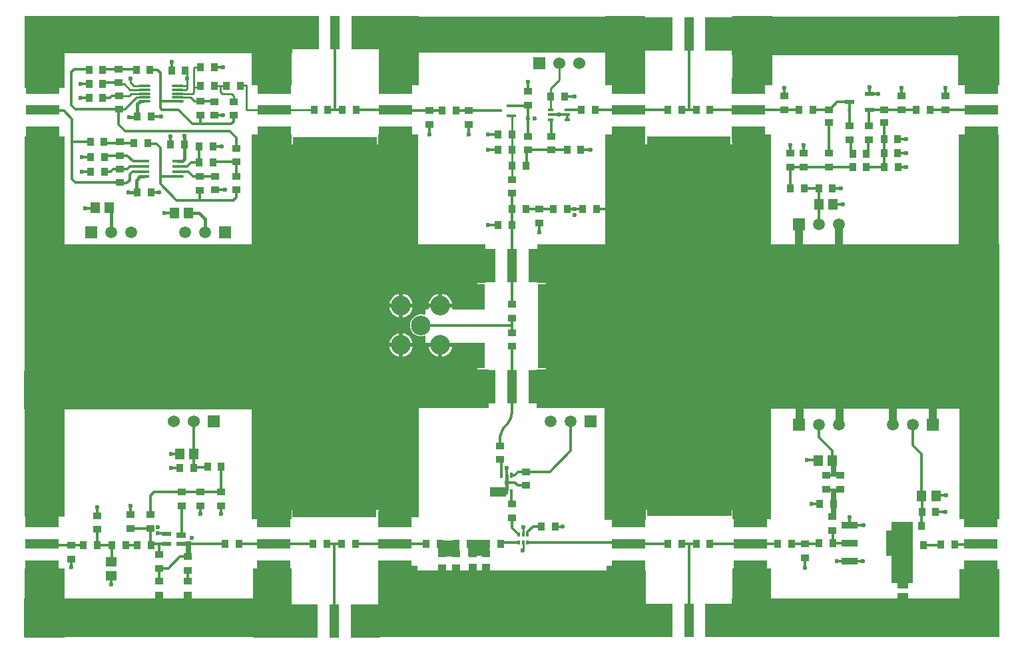
<source format=gtl>
G04*
G04 #@! TF.GenerationSoftware,Altium Limited,Altium Designer,21.4.1 (30)*
G04*
G04 Layer_Physical_Order=1*
G04 Layer_Color=255*
%FSLAX25Y25*%
%MOIN*%
G70*
G04*
G04 #@! TF.SameCoordinates,4F7A37CA-CC0D-4B0B-ADC5-D258E3024ECD*
G04*
G04*
G04 #@! TF.FilePolarity,Positive*
G04*
G01*
G75*
%ADD14C,0.01000*%
%ADD18R,0.03937X0.03543*%
%ADD19R,0.03543X0.03937*%
%ADD20R,0.16535X0.04724*%
%ADD21R,0.16535X0.07874*%
%ADD22R,0.08268X0.03543*%
%ADD23R,0.08268X0.12598*%
%ADD24R,0.05512X0.04724*%
%ADD25R,0.04724X0.05512*%
%ADD26R,0.03100X0.01400*%
%ADD27R,0.04724X0.16535*%
%ADD28R,0.07874X0.16535*%
G04:AMPARAMS|DCode=29|XSize=57.87mil|YSize=11.02mil|CornerRadius=1.38mil|HoleSize=0mil|Usage=FLASHONLY|Rotation=180.000|XOffset=0mil|YOffset=0mil|HoleType=Round|Shape=RoundedRectangle|*
%AMROUNDEDRECTD29*
21,1,0.05787,0.00827,0,0,180.0*
21,1,0.05512,0.01102,0,0,180.0*
1,1,0.00276,-0.02756,0.00413*
1,1,0.00276,0.02756,0.00413*
1,1,0.00276,0.02756,-0.00413*
1,1,0.00276,-0.02756,-0.00413*
%
%ADD29ROUNDEDRECTD29*%
%ADD30R,0.01400X0.03100*%
%ADD31R,0.01200X0.02000*%
%ADD32R,0.04500X0.01800*%
%ADD33R,0.04528X0.02362*%
%ADD34R,0.04528X0.01968*%
%ADD35R,0.04528X0.03150*%
%ADD36R,0.04016X0.03504*%
%ADD58C,0.01450*%
%ADD59R,0.05600X0.01700*%
%ADD60C,0.03937*%
%ADD61C,0.01575*%
%ADD62C,0.01500*%
%ADD63C,0.01968*%
%ADD64R,1.33858X0.33268*%
%ADD65R,0.20473X0.74606*%
%ADD66R,0.02953X0.09874*%
%ADD67R,0.02953X0.13780*%
%ADD68R,0.10630X0.30512*%
%ADD69R,0.03937X0.15354*%
%ADD70R,0.08268X0.04724*%
%ADD71R,0.03150X0.05906*%
%ADD72R,1.33858X0.19685*%
%ADD73R,0.10630X0.16535*%
%ADD74R,0.20177X0.74606*%
%ADD75R,0.54331X0.19685*%
%ADD76R,0.20472X0.34843*%
%ADD77R,0.20177X0.34843*%
%ADD78R,1.33563X0.18406*%
%ADD79R,0.53819X0.19685*%
%ADD80R,0.20177X0.74606*%
%ADD81R,0.20374X0.34843*%
%ADD82R,0.20768X0.34843*%
%ADD83R,0.19784X0.74606*%
%ADD84R,0.20329X0.74455*%
%ADD85R,1.33858X0.18852*%
%ADD86R,0.20231X0.34994*%
%ADD87R,0.20124X0.36175*%
%ADD88R,0.20124X0.73274*%
%ADD89R,0.19882X0.75000*%
%ADD90R,0.19685X0.34449*%
%ADD91R,0.19685X0.75000*%
%ADD92R,0.19882X0.34055*%
%ADD93R,0.19685X0.35433*%
%ADD94R,0.19685X0.35433*%
%ADD95R,0.55512X0.19685*%
%ADD96R,0.20768X0.75590*%
%ADD97R,0.20374X0.74016*%
%ADD98R,0.54724X0.19685*%
%ADD99R,0.11024X0.08268*%
%ADD100R,0.20276X0.73622*%
%ADD101R,0.20177X0.74803*%
%ADD102R,0.20276X0.34646*%
%ADD103R,0.19685X0.34646*%
%ADD104C,0.05906*%
%ADD105R,0.05906X0.05906*%
%ADD106R,0.06024X0.06024*%
%ADD107C,0.06024*%
%ADD108C,0.09843*%
%ADD109C,0.02362*%
%ADD110C,0.03937*%
%ADD111C,0.13780*%
G36*
X178528Y-65961D02*
X180315D01*
Y-134252D01*
X228921D01*
Y-136039D01*
X232283D01*
Y-148622D01*
X216431D01*
X216020Y-148122D01*
X216078Y-147835D01*
X210236D01*
X204395D01*
X204452Y-148122D01*
X204042Y-148622D01*
X202756D01*
Y-151266D01*
X202256Y-151579D01*
X201107Y-151272D01*
X199680D01*
X198301Y-151641D01*
X197065Y-152355D01*
X196056Y-153364D01*
X195342Y-154600D01*
X194972Y-155979D01*
Y-157407D01*
X195342Y-158785D01*
X196056Y-160022D01*
X197065Y-161031D01*
X198301Y-161745D01*
X199680Y-162114D01*
X201107D01*
X202256Y-161806D01*
X202756Y-162120D01*
Y-165354D01*
X204040D01*
X204201Y-165551D01*
X210236D01*
X216271D01*
X216433Y-165354D01*
X232283D01*
Y-178134D01*
X228921D01*
Y-179921D01*
X181102D01*
Y-249000D01*
X178134D01*
Y-252756D01*
X136039D01*
Y-249000D01*
X134646D01*
Y-180315D01*
X1969D01*
Y-133858D01*
X134646D01*
Y-65961D01*
X136433D01*
Y-62598D01*
X178528D01*
Y-65961D01*
D02*
G37*
G36*
X355299D02*
X357480D01*
Y-134449D01*
X490158D01*
Y-180905D01*
X357480D01*
Y-249000D01*
X356087D01*
Y-252165D01*
X313598D01*
Y-249000D01*
X311811D01*
Y-180512D01*
X263205D01*
Y-178134D01*
X259055D01*
Y-136039D01*
X263205D01*
Y-134843D01*
X311024D01*
Y-65961D01*
X313598D01*
Y-62008D01*
X355299D01*
Y-65961D01*
D02*
G37*
%LPC*%
G36*
X211221Y-141009D02*
Y-145866D01*
X216078D01*
X215930Y-145123D01*
X215484Y-144046D01*
X214836Y-143076D01*
X214011Y-142251D01*
X213041Y-141603D01*
X211963Y-141157D01*
X211221Y-141009D01*
D02*
G37*
G36*
X191535D02*
Y-145866D01*
X196393D01*
X196245Y-145123D01*
X195799Y-144046D01*
X195150Y-143076D01*
X194326Y-142251D01*
X193356Y-141603D01*
X192278Y-141157D01*
X191535Y-141009D01*
D02*
G37*
G36*
X209252Y-141009D02*
X208509Y-141157D01*
X207431Y-141603D01*
X206462Y-142251D01*
X205637Y-143076D01*
X204989Y-144046D01*
X204542Y-145123D01*
X204395Y-145866D01*
X209252D01*
Y-141009D01*
D02*
G37*
G36*
X189567D02*
X188824Y-141157D01*
X187746Y-141603D01*
X186777Y-142251D01*
X185952Y-143076D01*
X185304Y-144046D01*
X184857Y-145123D01*
X184710Y-145866D01*
X189567D01*
Y-141009D01*
D02*
G37*
G36*
X196393Y-147835D02*
X191535D01*
Y-152692D01*
X192278Y-152544D01*
X193356Y-152098D01*
X194326Y-151450D01*
X195150Y-150625D01*
X195799Y-149655D01*
X196245Y-148578D01*
X196393Y-147835D01*
D02*
G37*
G36*
X189567D02*
X184710D01*
X184857Y-148578D01*
X185304Y-149655D01*
X185952Y-150625D01*
X186777Y-151450D01*
X187746Y-152098D01*
X188824Y-152544D01*
X189567Y-152692D01*
Y-147835D01*
D02*
G37*
G36*
X191535Y-160694D02*
Y-165551D01*
X196393D01*
X196245Y-164808D01*
X195799Y-163731D01*
X195150Y-162761D01*
X194326Y-161936D01*
X193356Y-161288D01*
X192278Y-160842D01*
X191535Y-160694D01*
D02*
G37*
G36*
X189567Y-160694D02*
X188824Y-160842D01*
X187746Y-161288D01*
X186777Y-161936D01*
X185952Y-162761D01*
X185304Y-163731D01*
X184857Y-164808D01*
X184710Y-165551D01*
X189567D01*
Y-160694D01*
D02*
G37*
G36*
X196393Y-167520D02*
X191535D01*
Y-172377D01*
X192278Y-172229D01*
X193356Y-171783D01*
X194326Y-171135D01*
X195150Y-170310D01*
X195799Y-169340D01*
X196245Y-168263D01*
X196393Y-167520D01*
D02*
G37*
G36*
X216078D02*
X211221D01*
Y-172377D01*
X211963Y-172229D01*
X213041Y-171783D01*
X214011Y-171135D01*
X214836Y-170310D01*
X215484Y-169340D01*
X215930Y-168263D01*
X216078Y-167520D01*
D02*
G37*
G36*
X209252D02*
X204395D01*
X204542Y-168263D01*
X204989Y-169340D01*
X205637Y-170310D01*
X206462Y-171135D01*
X207431Y-171783D01*
X208509Y-172229D01*
X209252Y-172377D01*
Y-167520D01*
D02*
G37*
G36*
X189567D02*
X184710D01*
X184857Y-168263D01*
X185304Y-169340D01*
X185952Y-170310D01*
X186777Y-171135D01*
X187746Y-171783D01*
X188824Y-172229D01*
X189567Y-172377D01*
Y-167520D01*
D02*
G37*
%LPD*%
D14*
X87200Y-27461D02*
X90256D01*
X86614Y-37343D02*
Y-28046D01*
X87200Y-27461D01*
X100000Y-39764D02*
X101181Y-40945D01*
X105905D01*
X100000Y-39764D02*
Y-36614D01*
X251665Y-269201D02*
Y-266291D01*
X251575Y-269291D02*
X251665Y-269201D01*
X271484Y-257435D02*
X271530Y-257390D01*
X267882Y-257435D02*
X271484D01*
X251620Y-261522D02*
X251665Y-261567D01*
X251620Y-261522D02*
Y-257919D01*
X111213Y-36417D02*
X113189D01*
Y-48819D02*
X127165D01*
X113189D02*
Y-36417D01*
X109941Y-36614D02*
X111213Y-36417D01*
X86028Y-40638D02*
X86614Y-40052D01*
Y-37343D02*
X89429D01*
X78898Y-40638D02*
X86028D01*
X86614Y-40052D02*
Y-37343D01*
X89429D02*
X90158Y-36614D01*
X100000D02*
X103051D01*
X97047D02*
X100000D01*
X105905Y-40945D02*
X106791Y-41831D01*
Y-44685D02*
Y-41831D01*
X85126Y-42606D02*
X87008Y-44488D01*
X78898Y-42606D02*
X85126D01*
X87008Y-44488D02*
X89862D01*
X89961Y-44587D01*
X49311Y-41634D02*
X54429D01*
X55425Y-40638D02*
X61968D01*
X54429Y-41634D02*
X55425Y-40638D01*
X49426Y-48409D02*
X52194D01*
X57996Y-42606D01*
X61968D01*
X49311Y-48524D02*
X49426Y-48409D01*
X83378Y-36220D02*
Y-29835D01*
Y-38083D02*
Y-36220D01*
X78898Y-36701D02*
X82898D01*
X83378Y-36220D01*
X78898Y-38669D02*
X82792D01*
X82579Y-29035D02*
X83378Y-29835D01*
X82792Y-38669D02*
X83378Y-38083D01*
X58268Y-52362D02*
X58563Y-52067D01*
X61417Y-44575D02*
X61968D01*
X59713Y-44626D02*
X59764Y-44575D01*
X49213Y-35236D02*
X49803Y-35827D01*
X51968D01*
X54811Y-38669D01*
X61968D01*
X55216Y-35138D02*
Y-33071D01*
Y-35138D02*
X56779Y-36701D01*
X61968D01*
X269685Y-33858D02*
Y-25591D01*
X265485Y-38058D02*
X269685Y-33858D01*
X265485Y-42094D02*
Y-38058D01*
Y-48622D02*
Y-42094D01*
X245663Y-51772D02*
X246063Y-52172D01*
Y-61024D02*
Y-52172D01*
X245626Y-51772D02*
X245663D01*
X246063Y-68898D02*
Y-61024D01*
Y-76772D02*
Y-68898D01*
Y-83661D02*
Y-76772D01*
X127165Y-48819D02*
X146949D01*
D18*
X392126Y-77461D02*
D03*
Y-70571D02*
D03*
X403543Y-238681D02*
D03*
Y-231791D02*
D03*
X406496Y-259350D02*
D03*
Y-252461D02*
D03*
X38386Y-251969D02*
D03*
Y-258858D02*
D03*
X265748Y-62008D02*
D03*
Y-68898D02*
D03*
X246063Y-160335D02*
D03*
Y-167224D02*
D03*
X259842Y-98425D02*
D03*
Y-105315D02*
D03*
X100394Y-246949D02*
D03*
Y-240059D02*
D03*
X25591Y-273622D02*
D03*
Y-266732D02*
D03*
X246063Y-153051D02*
D03*
Y-146161D02*
D03*
X83858Y-284744D02*
D03*
Y-291634D02*
D03*
X80709Y-240256D02*
D03*
Y-247146D02*
D03*
X55118Y-258366D02*
D03*
Y-251476D02*
D03*
X64961D02*
D03*
Y-258366D02*
D03*
X410433Y-231791D02*
D03*
Y-238681D02*
D03*
X404724Y-77461D02*
D03*
Y-70571D02*
D03*
X97146Y-44685D02*
D03*
Y-51575D02*
D03*
X89961Y-51476D02*
D03*
Y-44587D02*
D03*
X49311Y-48524D02*
D03*
Y-41634D02*
D03*
X49902Y-71653D02*
D03*
Y-64764D02*
D03*
X108169Y-74902D02*
D03*
Y-68012D02*
D03*
X49213Y-35236D02*
D03*
Y-28346D02*
D03*
X49803Y-85236D02*
D03*
Y-78347D02*
D03*
X89764Y-88976D02*
D03*
Y-82087D02*
D03*
X97539Y-81988D02*
D03*
Y-88878D02*
D03*
X233071Y-270965D02*
D03*
Y-277854D02*
D03*
X218165Y-271122D02*
D03*
Y-278012D02*
D03*
X83858Y-272441D02*
D03*
Y-279331D02*
D03*
X253937Y-46457D02*
D03*
Y-39567D02*
D03*
Y-68898D02*
D03*
Y-62008D02*
D03*
X246063Y-83661D02*
D03*
Y-90551D02*
D03*
X108169Y-81988D02*
D03*
Y-88878D02*
D03*
X106791Y-44685D02*
D03*
Y-51575D02*
D03*
X240158Y-217028D02*
D03*
Y-223917D02*
D03*
X246063Y-246161D02*
D03*
X246063Y-253051D02*
D03*
X253150Y-230020D02*
D03*
Y-236910D02*
D03*
X226378Y-270965D02*
D03*
Y-277854D02*
D03*
X211165Y-271122D02*
D03*
Y-278012D02*
D03*
X462992Y-48819D02*
D03*
Y-41929D02*
D03*
X382283Y-48720D02*
D03*
Y-41831D02*
D03*
X440945Y-48819D02*
D03*
Y-41929D02*
D03*
X424803Y-63681D02*
D03*
Y-56791D02*
D03*
X414961Y-63681D02*
D03*
Y-56791D02*
D03*
X385433Y-70571D02*
D03*
Y-77461D02*
D03*
X392717Y-266240D02*
D03*
Y-273130D02*
D03*
X69291Y-284744D02*
D03*
Y-291634D02*
D03*
Y-271457D02*
D03*
Y-278346D02*
D03*
X90059Y-240059D02*
D03*
Y-246949D02*
D03*
X204724Y-49213D02*
D03*
Y-56102D02*
D03*
X224410Y-49213D02*
D03*
Y-56102D02*
D03*
D19*
X423524Y-77559D02*
D03*
X416634D02*
D03*
X399705Y-265748D02*
D03*
X406595D02*
D03*
X460925Y-266339D02*
D03*
X467815D02*
D03*
X452067Y-266929D02*
D03*
X445177D02*
D03*
X451083Y-257087D02*
D03*
X444193D02*
D03*
X379232Y-266142D02*
D03*
X386122D02*
D03*
X451279Y-250000D02*
D03*
X458169D02*
D03*
X266732Y-98425D02*
D03*
X273622D02*
D03*
X287795Y-48819D02*
D03*
X280906D02*
D03*
X239173Y-106299D02*
D03*
X246063D02*
D03*
X252953Y-98425D02*
D03*
X246063D02*
D03*
X338287Y-266142D02*
D03*
X345177D02*
D03*
X324114D02*
D03*
X331004D02*
D03*
X79823Y-227953D02*
D03*
X86713D02*
D03*
X38386Y-266732D02*
D03*
X31496D02*
D03*
X338287Y-48819D02*
D03*
X345177D02*
D03*
X324114D02*
D03*
X331004D02*
D03*
X160728Y-266142D02*
D03*
X167618D02*
D03*
X146555D02*
D03*
X153445D02*
D03*
X168012Y-48819D02*
D03*
X161122D02*
D03*
X153839D02*
D03*
X146949D02*
D03*
X100492Y-227559D02*
D03*
X93602D02*
D03*
X416634Y-70866D02*
D03*
X423524D02*
D03*
X439272Y-77559D02*
D03*
X432382D02*
D03*
X392421Y-88189D02*
D03*
X385531D02*
D03*
X260728Y-257480D02*
D03*
X267618D02*
D03*
X41236Y-42638D02*
D03*
X34347D02*
D03*
X56890Y-65354D02*
D03*
X63779D02*
D03*
X89468Y-75098D02*
D03*
X96358D02*
D03*
X57973Y-28642D02*
D03*
X64862D02*
D03*
X90158Y-36614D02*
D03*
X97047D02*
D03*
X103051D02*
D03*
X109941D02*
D03*
X41929Y-79626D02*
D03*
X35039D02*
D03*
X52658Y-266732D02*
D03*
X45768D02*
D03*
X211122Y-49213D02*
D03*
X218012D02*
D03*
X239173Y-61024D02*
D03*
X246063D02*
D03*
X252953Y-76772D02*
D03*
X246063D02*
D03*
X82579Y-29035D02*
D03*
X75689D02*
D03*
X58465Y-90256D02*
D03*
X65354D02*
D03*
X58563Y-52067D02*
D03*
X65453D02*
D03*
X81988Y-66240D02*
D03*
X75098D02*
D03*
X41831Y-64665D02*
D03*
X34941D02*
D03*
X41236Y-28638D02*
D03*
X34347D02*
D03*
X41929Y-72342D02*
D03*
X35039D02*
D03*
X89567Y-67224D02*
D03*
X96457D02*
D03*
X41236Y-35638D02*
D03*
X34347D02*
D03*
X90256Y-27461D02*
D03*
X97146D02*
D03*
X240453Y-266142D02*
D03*
X233563D02*
D03*
X225098D02*
D03*
X218209D02*
D03*
X210138D02*
D03*
X203248D02*
D03*
X448524Y-48819D02*
D03*
X455413D02*
D03*
X389862D02*
D03*
X396752D02*
D03*
X432283Y-70472D02*
D03*
X439173D02*
D03*
X432283Y-63386D02*
D03*
X439173D02*
D03*
X406496Y-88189D02*
D03*
X399606D02*
D03*
X407087Y-246063D02*
D03*
X400197D02*
D03*
X102461Y-266142D02*
D03*
X109350D02*
D03*
X58563Y-266732D02*
D03*
X65453D02*
D03*
X281496Y-98425D02*
D03*
X288386D02*
D03*
X280512Y-68898D02*
D03*
X273622D02*
D03*
X239173D02*
D03*
X246063D02*
D03*
X265485Y-42094D02*
D03*
X272375D02*
D03*
D20*
X126772Y-266142D02*
D03*
X11024Y-48819D02*
D03*
X127165D02*
D03*
X10630Y-266142D02*
D03*
X304331Y-48819D02*
D03*
X480709Y-266142D02*
D03*
X364567Y-48819D02*
D03*
X304331Y-266142D02*
D03*
X365354D02*
D03*
X481102Y-48819D02*
D03*
X187402Y-266142D02*
D03*
X187795Y-48819D02*
D03*
D21*
X126772Y-278346D02*
D03*
Y-253937D02*
D03*
X11024Y-36614D02*
D03*
Y-61024D02*
D03*
X127165D02*
D03*
Y-36614D02*
D03*
X10630Y-278346D02*
D03*
Y-253937D02*
D03*
X304331Y-36614D02*
D03*
Y-61024D02*
D03*
X480709Y-253937D02*
D03*
Y-278346D02*
D03*
X364567Y-61024D02*
D03*
Y-36614D02*
D03*
X304331Y-253937D02*
D03*
Y-278346D02*
D03*
X365354D02*
D03*
Y-253937D02*
D03*
X481102Y-36614D02*
D03*
Y-61024D02*
D03*
X187402Y-278346D02*
D03*
Y-253937D02*
D03*
X187795Y-61024D02*
D03*
Y-36614D02*
D03*
D22*
X414961Y-256693D02*
D03*
Y-265748D02*
D03*
Y-274803D02*
D03*
D23*
X437402Y-265748D02*
D03*
D24*
X441732Y-286024D02*
D03*
Y-293110D02*
D03*
X45276Y-282087D02*
D03*
Y-275000D02*
D03*
D25*
X458268Y-242126D02*
D03*
X451181D02*
D03*
X77165Y-100394D02*
D03*
X84252D02*
D03*
X79626Y-221161D02*
D03*
X86713D02*
D03*
X44587Y-97835D02*
D03*
X37500D02*
D03*
X399606Y-96063D02*
D03*
X406693D02*
D03*
X399410Y-224410D02*
D03*
X406496D02*
D03*
D26*
X265485Y-48622D02*
D03*
Y-51181D02*
D03*
Y-53740D02*
D03*
X273885D02*
D03*
Y-51181D02*
D03*
Y-48622D02*
D03*
D27*
X246063Y-187402D02*
D03*
X334646Y-304331D02*
D03*
X157087Y-304724D02*
D03*
X334646Y-10630D02*
D03*
X157480Y-10236D02*
D03*
X246063Y-126772D02*
D03*
D28*
X258268Y-187402D02*
D03*
X233858D02*
D03*
X322441Y-304331D02*
D03*
X346850D02*
D03*
X144882Y-304724D02*
D03*
X169291D02*
D03*
X322441Y-10630D02*
D03*
X346850D02*
D03*
X145276Y-10236D02*
D03*
X169685D02*
D03*
X258268Y-126772D02*
D03*
X233858D02*
D03*
D29*
X78898Y-44575D02*
D03*
Y-42606D02*
D03*
Y-40638D02*
D03*
Y-38669D02*
D03*
Y-36701D02*
D03*
X61968D02*
D03*
Y-38669D02*
D03*
Y-40638D02*
D03*
Y-42606D02*
D03*
Y-44575D02*
D03*
D30*
X245866Y-240027D02*
D03*
X243307D02*
D03*
X240748D02*
D03*
Y-231627D02*
D03*
X243307D02*
D03*
X245866D02*
D03*
D31*
X249500Y-261567D02*
D03*
X251665D02*
D03*
X253831D02*
D03*
Y-265504D02*
D03*
X251665D02*
D03*
X249500D02*
D03*
D32*
X238626Y-49213D02*
D03*
X245626Y-46654D02*
D03*
Y-51772D02*
D03*
D33*
X415079Y-44882D02*
D03*
X425079Y-40882D02*
D03*
Y-48882D02*
D03*
D34*
X80315Y-266142D02*
D03*
X73032Y-261024D02*
D03*
Y-266142D02*
D03*
D35*
X80315Y-261614D02*
D03*
D36*
X404724Y-48764D02*
D03*
Y-55173D02*
D03*
X432283Y-55228D02*
D03*
Y-48819D02*
D03*
D58*
X242845Y-207155D02*
X242160Y-207922D01*
X241565Y-208760D01*
X241068Y-209659D01*
X240674Y-210609D01*
X240389Y-211596D01*
X240216Y-212609D01*
X240158Y-213635D01*
X242845Y-207155D02*
X243492Y-206449D01*
X244076Y-205690D01*
X244591Y-204882D01*
X245034Y-204032D01*
X245400Y-203148D01*
X245689Y-202234D01*
X245896Y-201299D01*
X246021Y-200349D01*
X246063Y-199392D01*
X26964Y-28346D02*
X34252D01*
X25591Y-29720D02*
X26964Y-28346D01*
X425197Y-40764D02*
Y-37402D01*
X425110Y-40913D02*
X429496D01*
X429528Y-40945D01*
X425079Y-40882D02*
X425110Y-40913D01*
X425079Y-40882D02*
X425197Y-40764D01*
X409606Y-117677D02*
X409842Y-117913D01*
X389370Y-120079D02*
X389606Y-119843D01*
X389370Y-121260D02*
X389606Y-121024D01*
X406693Y-96063D02*
X411811D01*
X406496Y-88189D02*
X410630D01*
X392126Y-70571D02*
Y-66535D01*
X385433Y-70571D02*
Y-66535D01*
X382283Y-41831D02*
Y-37795D01*
X462992Y-41929D02*
Y-37795D01*
X440945Y-41929D02*
Y-37795D01*
X439173Y-63386D02*
X443307D01*
X439173Y-70472D02*
X443307D01*
X439272Y-77559D02*
X443307D01*
X415748Y-69980D02*
Y-63681D01*
X414961Y-62894D02*
X415748Y-63681D01*
Y-69980D02*
X416634Y-70866D01*
X424570Y-63914D02*
X424803Y-63681D01*
X424570Y-69819D02*
Y-63914D01*
X423524Y-70866D02*
X424570Y-69819D01*
X432382Y-77559D02*
X432382Y-77559D01*
X423524Y-77559D02*
X432382D01*
X432283Y-77461D02*
X432382Y-77559D01*
X432283Y-77461D02*
Y-70472D01*
Y-63386D01*
X424803Y-49158D02*
X425079Y-48882D01*
X424803Y-56791D02*
Y-49158D01*
X432283Y-63386D02*
Y-55228D01*
X406007Y-47688D02*
X408813Y-44882D01*
X415079D01*
X425110Y-48850D02*
X432252D01*
X432283Y-48819D01*
X425079Y-48882D02*
X425110Y-48850D01*
X432283Y-48819D02*
X440945D01*
X448524D01*
X448492Y-48850D02*
X448524Y-48819D01*
X455413D02*
X462992D01*
X481102D01*
X404980Y-48764D02*
X406007Y-47737D01*
Y-47688D01*
X404724Y-48764D02*
X404980D01*
X414961Y-48819D02*
Y-45370D01*
Y-56004D02*
Y-48819D01*
X414906Y-48764D02*
X414961Y-48819D01*
X414803Y-45213D02*
X414961Y-45370D01*
X404724Y-70571D02*
Y-55173D01*
X404697Y-48791D02*
X404724Y-48764D01*
X396752Y-48819D02*
X396779Y-48791D01*
X404697D01*
X364567Y-48819D02*
X389862D01*
X416585Y-77510D02*
X416634Y-77559D01*
X404724Y-77461D02*
X404774Y-77510D01*
X416585D01*
X392126Y-77461D02*
X404724D01*
X385433D02*
X392126D01*
X392421Y-88189D02*
X399606D01*
X385482Y-88140D02*
Y-77510D01*
Y-88140D02*
X385531Y-88189D01*
X385433Y-77461D02*
X385482Y-77510D01*
X399606Y-96063D02*
Y-88189D01*
Y-106102D02*
Y-96063D01*
X126772Y-266142D02*
X146555D01*
X109350D02*
X126772D01*
X480512Y-266339D02*
X480709Y-266142D01*
X467815Y-266339D02*
X480512D01*
X452362Y-266634D02*
X460630D01*
X460925Y-266339D01*
X452067Y-266929D02*
X452362Y-266634D01*
X406595Y-265748D02*
Y-259449D01*
Y-265748D02*
X414961D01*
X399459Y-265994D02*
X399705Y-265748D01*
X392963Y-265994D02*
X399459D01*
X392717Y-266240D02*
X392963Y-265994D01*
X446693Y-216772D02*
X451181Y-221260D01*
X446693Y-216772D02*
Y-206496D01*
X451181Y-242126D02*
Y-221260D01*
X451279Y-250000D02*
Y-242224D01*
X451181Y-242126D02*
X451279Y-242224D01*
X451181Y-256988D02*
Y-250098D01*
X451083Y-257087D02*
X451181Y-256988D01*
Y-250098D02*
X451279Y-250000D01*
X414961Y-256693D02*
Y-252756D01*
X408661Y-274803D02*
X421654D01*
X414961Y-256693D02*
X422047D01*
X396063Y-246063D02*
X400197D01*
X75640Y-28986D02*
X75664Y-28962D01*
X399764Y-212756D02*
X406496Y-219488D01*
Y-224410D02*
Y-219488D01*
X399764Y-212756D02*
Y-206496D01*
X403543Y-231791D02*
X410433D01*
X404035Y-239173D02*
X408465D01*
X403543Y-238681D02*
X404035Y-239173D01*
X392667Y-266191D02*
X392717Y-266240D01*
X409449Y-230807D02*
X410433Y-231791D01*
X393701Y-224213D02*
X399213D01*
X399410Y-224410D01*
X386171Y-266191D02*
X392667D01*
X386122Y-266142D02*
X386171Y-266191D01*
X365354Y-266142D02*
X379232D01*
X458169Y-250000D02*
X462992D01*
X458661Y-241732D02*
X463287D01*
X458268Y-242126D02*
X458661Y-241732D01*
X458169Y-242224D02*
X458268Y-242126D01*
X392717Y-277953D02*
Y-273130D01*
X253831Y-265504D02*
X303693D01*
X304331Y-266142D01*
X265059Y-230020D02*
X275590Y-219488D01*
Y-204724D01*
X253150Y-230020D02*
X265059D01*
X12795Y-49213D02*
X21654D01*
X25787Y-63976D02*
Y-53347D01*
X21654Y-49213D02*
X25787Y-53347D01*
X70079Y-85827D02*
Y-81890D01*
Y-85827D02*
X78248Y-93996D01*
X89764D01*
X68898Y-260827D02*
X68996Y-260925D01*
X72933D02*
X73032Y-261024D01*
X68996Y-260925D02*
X72933D01*
X64961Y-242126D02*
X66831Y-240256D01*
X64961Y-251476D02*
Y-242126D01*
X65138Y-265436D02*
Y-258366D01*
X66310Y-265953D02*
X66499Y-266142D01*
X66310Y-265953D02*
Y-265751D01*
X66831Y-240256D02*
X80709D01*
X55118Y-258366D02*
X64961D01*
X45768Y-274508D02*
Y-266732D01*
X45276Y-275000D02*
X45768Y-274508D01*
X38386Y-266732D02*
X38386Y-266732D01*
Y-258858D01*
X38386Y-266732D02*
X45768D01*
X38386Y-251969D02*
Y-247736D01*
X45276Y-286319D02*
Y-282087D01*
X246063Y-199392D02*
X246063Y-199385D01*
Y-187402D01*
X240158Y-213635D02*
X240158Y-215981D01*
Y-217028D02*
Y-215981D01*
X41528Y-28346D02*
X57677D01*
X41236Y-28638D02*
X41528Y-28346D01*
X57677D02*
X57973Y-28642D01*
X70866Y-48819D02*
X79134D01*
X69968Y-47921D02*
X70866Y-48819D01*
X69968Y-47921D02*
Y-44488D01*
X75664Y-28962D02*
Y-24779D01*
X75640Y-24754D02*
X75664Y-24779D01*
X45177Y-79626D02*
X46457Y-78347D01*
X41929Y-79626D02*
X45177D01*
X46457Y-78347D02*
X49803D01*
X53543D02*
X54823Y-77067D01*
X49803Y-78347D02*
X53543D01*
X54823Y-77067D02*
X61824D01*
X41929Y-72342D02*
X42618Y-71653D01*
X49902D01*
X53543D01*
X56398Y-74508D01*
X61824D01*
X75148Y-62254D02*
X75197Y-62205D01*
X75098Y-66240D02*
X75148Y-66191D01*
Y-62254D01*
X70079Y-81890D02*
Y-67716D01*
Y-81890D02*
X70374Y-82185D01*
X78924D01*
X89764Y-93996D02*
X106693D01*
X89764D02*
X89764Y-93996D01*
X69968Y-44488D02*
Y-30138D01*
Y-44488D02*
X70055Y-44575D01*
X78898D01*
X90158Y-55905D02*
X105512D01*
X86221D02*
X90158D01*
X89961Y-55709D02*
Y-51476D01*
Y-55709D02*
X90158Y-55905D01*
X79134Y-48819D02*
X86221Y-55905D01*
X105512D02*
X106693Y-54724D01*
Y-51673D01*
X106791Y-51575D01*
X49163Y-56053D02*
X52559Y-59449D01*
X104626D01*
X108071Y-62894D01*
X12205Y-48622D02*
X12795Y-49213D01*
X78924Y-82185D02*
X78987Y-82248D01*
X80967D01*
X41236Y-42638D02*
X44764D01*
X45768Y-41634D01*
X49311D01*
X27510Y-48376D02*
X49163D01*
X25591Y-46457D02*
X27510Y-48376D01*
X49163Y-56053D02*
Y-48376D01*
X72146Y-100492D02*
X72195Y-100443D01*
X77116D01*
X77165Y-100394D01*
X37303Y-98032D02*
X37500Y-97835D01*
X32283Y-98032D02*
X37303D01*
X69242Y-90207D02*
X69291Y-90158D01*
X65354Y-90256D02*
X65403Y-90207D01*
X69242D01*
X64173Y-65626D02*
X67988D01*
X70079Y-67716D01*
X65453Y-52067D02*
X65600Y-52215D01*
X70325D01*
X25787Y-64665D02*
Y-63976D01*
X26476Y-64665D01*
X34941D01*
X30114Y-42638D02*
X34347D01*
X40945Y-65354D02*
X56890D01*
X25591Y-46457D02*
Y-29720D01*
X30114Y-35638D02*
X34347D01*
X41236D02*
X41638Y-35236D01*
X49213D01*
X64862Y-28638D02*
X68468D01*
X78924Y-77067D02*
X83563D01*
X78924Y-79626D02*
X83957D01*
X83563Y-77067D02*
X85532Y-75098D01*
X83957Y-79626D02*
X86356Y-82025D01*
X85532Y-75098D02*
X89468D01*
X86356Y-82025D02*
X89702D01*
X89468Y-75098D02*
Y-67323D01*
X89702Y-82025D02*
X89764Y-82087D01*
Y-93996D02*
Y-88976D01*
Y-82087D02*
X89862Y-81988D01*
X97539D01*
X96358Y-75098D02*
X96555Y-74902D01*
X97539Y-88878D02*
X102264D01*
X89468Y-67323D02*
X89567Y-67224D01*
X89961Y-44587D02*
X97047D01*
X97146Y-44685D01*
X96457Y-67224D02*
X100689D01*
X97146Y-51575D02*
X101378D01*
X96555Y-74902D02*
X108169D01*
X106693Y-93996D02*
X108169Y-92520D01*
X108071Y-67913D02*
X108169Y-68012D01*
Y-92520D02*
Y-88878D01*
Y-81988D02*
Y-74902D01*
X97146Y-27461D02*
X101378D01*
X108071Y-67913D02*
Y-62894D01*
X25787Y-83563D02*
Y-64665D01*
Y-83563D02*
X27461Y-85236D01*
X30807Y-79626D02*
X35039D01*
X30807Y-72342D02*
X35039D01*
X27461Y-85236D02*
X48228D01*
X48228Y-85532D02*
X53150D01*
X54724Y-83957D01*
Y-81102D01*
X56201Y-79626D01*
X61824D01*
X75098Y-66240D02*
Y-66043D01*
X78898Y-44575D02*
X80472D01*
X80524Y-44626D01*
X68468Y-28638D02*
X69968Y-30138D01*
X75640Y-28986D02*
X75689Y-29035D01*
X246063Y-257980D02*
Y-253051D01*
Y-257980D02*
X249500Y-261417D01*
Y-261567D02*
Y-261417D01*
X246063Y-187402D02*
Y-167224D01*
X245866Y-231627D02*
X247566D01*
X249173Y-230020D01*
X253150D01*
X247521Y-235445D02*
X248985Y-236910D01*
X253150D01*
X243307Y-235445D02*
X247521D01*
X245891Y-245989D02*
Y-240052D01*
X245866Y-240027D02*
X245891Y-240052D01*
Y-245989D02*
X246063Y-246161D01*
X243307Y-231627D02*
Y-227953D01*
X240158Y-223917D02*
X240748Y-224964D01*
Y-231627D02*
Y-224964D01*
X256628Y-257480D02*
X260728D01*
X253831Y-261567D02*
Y-260277D01*
X256628Y-257480D01*
X187402Y-266142D02*
X203248D01*
X240453D02*
X241090Y-265504D01*
X249500D01*
X86614Y-221063D02*
Y-204724D01*
Y-221063D02*
X86713Y-221161D01*
X253937Y-39567D02*
Y-34646D01*
X272375Y-42094D02*
X277296D01*
X253937Y-62008D02*
Y-53150D01*
Y-68898D02*
X265748D01*
X245626Y-46654D02*
X253740D01*
X253937Y-46457D01*
X277559Y-98425D02*
X281496D01*
X273622D02*
X277559D01*
X253937Y-53150D02*
Y-46457D01*
X259842Y-98425D02*
X266732D01*
X280512Y-68898D02*
X285433D01*
X265748D02*
X273622D01*
X252953Y-76772D02*
X253445Y-76279D01*
Y-69390D01*
X253937Y-68898D01*
X259842Y-110236D02*
Y-105315D01*
X265592Y-53740D02*
X265616Y-53765D01*
Y-61876D02*
X265748Y-62008D01*
X265485Y-53740D02*
X265592D01*
X265616Y-61876D02*
Y-53765D01*
X273885Y-53740D02*
Y-51181D01*
X269685D02*
X273885D01*
X265485D02*
X269685D01*
X274685Y-48622D02*
X274882Y-48819D01*
X280906D01*
X273885Y-48622D02*
X274685D01*
X287795Y-48819D02*
X304331D01*
X224410Y-61024D02*
Y-56102D01*
X204724Y-61024D02*
Y-56102D01*
X234252Y-61024D02*
X239173D01*
X234252Y-68898D02*
X239173D01*
X246063Y-98425D02*
Y-90551D01*
X224410Y-49213D02*
X238626D01*
X218012D02*
X224410D01*
X204724D02*
X211122D01*
X188189D02*
X204724D01*
X187795Y-48819D02*
X188189Y-49213D01*
X234252Y-106299D02*
X239173D01*
X288386Y-98425D02*
X299016D01*
X299213Y-98228D01*
X252953Y-98425D02*
X259842D01*
X246063Y-106299D02*
Y-98425D01*
Y-126772D02*
Y-106299D01*
Y-126772D02*
X246063Y-126772D01*
X246063Y-146161D02*
Y-126772D01*
X246063Y-126772D01*
X246063Y-156693D02*
Y-153051D01*
Y-160335D02*
Y-156693D01*
X200394D02*
X246063D01*
X334646Y-48819D02*
X338287D01*
X331004D02*
X334646D01*
Y-10630D01*
Y-266142D02*
X338287D01*
X331004D02*
X334646D01*
Y-304331D02*
Y-266142D01*
X157087D02*
X160728D01*
X153445D02*
X157087D01*
X157087Y-304724D02*
X157087Y-304724D01*
Y-266142D01*
X157480Y-48819D02*
X161122D01*
X153839D02*
X157480D01*
Y-10236D01*
X157480Y-10236D02*
X157480Y-10236D01*
X345177Y-266142D02*
X365354D01*
X304331D02*
X324114D01*
X345177Y-48819D02*
X364567D01*
X304331D02*
X324114D01*
X168012D02*
X187795D01*
X167618Y-266142D02*
X187402D01*
X100394Y-240059D02*
X100443Y-240010D01*
Y-227608D02*
X100492Y-227559D01*
X100443Y-240010D02*
Y-227608D01*
X93405Y-227756D02*
X93602Y-227559D01*
X86713Y-227953D02*
X86910Y-227756D01*
X93405D01*
X86713Y-227953D02*
Y-221161D01*
X75590Y-227953D02*
X79823D01*
X75394Y-221161D02*
X79626D01*
X68898Y-266142D02*
X73032D01*
X66499D02*
X68898D01*
X69291Y-266535D01*
Y-271457D02*
Y-266535D01*
X80315Y-266142D02*
X84252D01*
X102461D01*
X84252Y-267520D02*
Y-266142D01*
X80709Y-261221D02*
Y-247146D01*
X80315Y-261614D02*
X80709Y-261221D01*
X80709Y-247146D02*
X80709Y-247146D01*
X80807Y-240158D02*
X89961D01*
X90059Y-240059D01*
X80709Y-240256D02*
X80807Y-240158D01*
X90059Y-240059D02*
X100394D01*
Y-251181D02*
Y-246949D01*
X101673Y-265354D02*
X102461Y-266142D01*
X74016Y-278346D02*
X79921Y-272441D01*
X83858D01*
X69291Y-278346D02*
X74016D01*
X69291Y-284744D02*
Y-278346D01*
X83858Y-284744D02*
Y-279331D01*
X25591Y-277854D02*
Y-273622D01*
X90059Y-251181D02*
Y-246949D01*
X55118Y-251476D02*
Y-247244D01*
X52658Y-266732D02*
X58563D01*
X25591D02*
X31496D01*
X10630Y-266142D02*
X11220Y-266732D01*
X25591D01*
D59*
X78924Y-82185D02*
D03*
Y-79626D02*
D03*
Y-77067D02*
D03*
Y-74508D02*
D03*
X61824D02*
D03*
Y-77067D02*
D03*
Y-79626D02*
D03*
Y-82185D02*
D03*
D60*
X409606Y-117677D02*
Y-106102D01*
X389606Y-119843D02*
Y-106102D01*
D61*
X239173Y-240158D02*
X240748D01*
X240879Y-240027D01*
X243307Y-235445D02*
Y-231627D01*
Y-239264D02*
Y-235445D01*
X240879Y-240027D02*
X243220D01*
D62*
X58563Y-52067D02*
Y-45776D01*
X59713Y-44626D01*
X82114Y-61981D02*
X82240Y-61855D01*
X82114Y-66114D02*
Y-61981D01*
X81988Y-66240D02*
X82114Y-66114D01*
X89567Y-100394D02*
X92520Y-103347D01*
Y-110236D02*
Y-103347D01*
X84252Y-100394D02*
X89567D01*
X45374Y-110138D02*
Y-98622D01*
X45276Y-110236D02*
X45374Y-110138D01*
X44587Y-97835D02*
X45374Y-98622D01*
X57633Y-90207D02*
X58024Y-89815D01*
X53937Y-90158D02*
X53986Y-90207D01*
X57633D01*
X58024Y-89815D02*
Y-84035D01*
X59874Y-82185D02*
X61824D01*
X58024Y-84035D02*
X59874Y-82185D01*
X81087Y-74408D02*
X81966Y-73529D01*
Y-66262D01*
X79024Y-74408D02*
X81087D01*
X78924Y-74508D02*
X79024Y-74408D01*
X54331Y-52362D02*
X58268D01*
X59764Y-44575D02*
X61417D01*
D63*
X211165Y-282244D02*
Y-278012D01*
X218165Y-282244D02*
Y-278012D01*
X226378Y-282087D02*
Y-277854D01*
X233071Y-282087D02*
Y-277854D01*
D64*
X246063Y-295965D02*
D03*
D65*
X479921Y-98327D02*
D03*
D66*
X406957Y-227346D02*
D03*
D67*
X406988Y-246063D02*
D03*
D68*
X441339Y-270374D02*
D03*
D69*
X409961Y-199114D02*
D03*
X456890Y-200295D02*
D03*
X436811Y-199114D02*
D03*
X389961D02*
D03*
D70*
X239173Y-240158D02*
D03*
D71*
X84252Y-267913D02*
D03*
D72*
X423228Y-11614D02*
D03*
X423228Y-125787D02*
D03*
X69049Y-125636D02*
D03*
X423228Y-188779D02*
D03*
X423228Y-302953D02*
D03*
X68898Y-188976D02*
D03*
X68898Y-303150D02*
D03*
D73*
X352165Y-304331D02*
D03*
X317126Y-304331D02*
D03*
X351378Y-10630D02*
D03*
X317126D02*
D03*
X175000Y-10236D02*
D03*
X139961D02*
D03*
X174606Y-304724D02*
D03*
X139567Y-304724D02*
D03*
D74*
X302904Y-98327D02*
D03*
D75*
X285827Y-125787D02*
D03*
D76*
X189370Y-19193D02*
D03*
D77*
X302904Y-19193D02*
D03*
D78*
X246211Y-10974D02*
D03*
D79*
X206043Y-125787D02*
D03*
D80*
X189223Y-98327D02*
D03*
D81*
X366486Y-19193D02*
D03*
D82*
X479774Y-19193D02*
D03*
D83*
X366191Y-98327D02*
D03*
D84*
X125814Y-98251D02*
D03*
D85*
X69049Y-11046D02*
D03*
D86*
X125863Y-19117D02*
D03*
D87*
X12182Y-19708D02*
D03*
D88*
X12182Y-98842D02*
D03*
D89*
X480217Y-216437D02*
D03*
D90*
X366142Y-295571D02*
D03*
D91*
X366142Y-216437D02*
D03*
D92*
X480217Y-295768D02*
D03*
D93*
X303150Y-294882D02*
D03*
D94*
X188976Y-294882D02*
D03*
D95*
X206890Y-188583D02*
D03*
D96*
X302608Y-216535D02*
D03*
D97*
X189321Y-215748D02*
D03*
D98*
X285630Y-188583D02*
D03*
D99*
X214567Y-268307D02*
D03*
X229539Y-268020D02*
D03*
D100*
X12106Y-215945D02*
D03*
D101*
X125738Y-216535D02*
D03*
D102*
X12106Y-295669D02*
D03*
D103*
X125984Y-295669D02*
D03*
D104*
X409606Y-106102D02*
D03*
X399606D02*
D03*
X265591Y-204724D02*
D03*
X275590D02*
D03*
X446693Y-206496D02*
D03*
X436693D02*
D03*
X399764D02*
D03*
X409764D02*
D03*
X92520Y-110236D02*
D03*
X82520D02*
D03*
X45276D02*
D03*
X55276D02*
D03*
D105*
X389606Y-106102D02*
D03*
X285591Y-204724D02*
D03*
X456693Y-206496D02*
D03*
X389764D02*
D03*
X102520Y-110236D02*
D03*
X35276D02*
D03*
D106*
X259685Y-25591D02*
D03*
X96614Y-204724D02*
D03*
D107*
X269685Y-25591D02*
D03*
X279685D02*
D03*
X76614Y-204724D02*
D03*
X86614D02*
D03*
D108*
X200394Y-156693D02*
D03*
X190551Y-146850D02*
D03*
Y-166535D02*
D03*
X210236D02*
D03*
Y-146850D02*
D03*
D109*
X251620Y-257919D02*
D03*
X251575Y-269291D02*
D03*
X271530Y-257390D02*
D03*
X425197Y-37402D02*
D03*
X429528Y-40945D02*
D03*
X411811Y-96063D02*
D03*
X385433Y-66535D02*
D03*
X392126D02*
D03*
X414961Y-252756D02*
D03*
X421654Y-274803D02*
D03*
X408661D02*
D03*
X422047Y-256693D02*
D03*
X396063Y-246063D02*
D03*
X393701Y-224213D02*
D03*
X463287Y-241732D02*
D03*
X462992Y-250000D02*
D03*
X68898Y-260827D02*
D03*
X38386Y-247736D02*
D03*
X82240Y-61855D02*
D03*
X75640Y-24754D02*
D03*
X32283Y-98032D02*
D03*
X83378Y-33028D02*
D03*
X70325Y-52215D02*
D03*
X237402Y-240551D02*
D03*
X243307Y-235445D02*
D03*
X243307Y-227953D02*
D03*
X253937Y-34646D02*
D03*
X277296Y-42094D02*
D03*
X257480Y-53150D02*
D03*
X277559Y-101575D02*
D03*
X253937Y-53150D02*
D03*
X277559Y-98425D02*
D03*
X285433Y-68898D02*
D03*
X259842Y-110236D02*
D03*
X269685Y-51181D02*
D03*
X224410Y-61024D02*
D03*
X204724D02*
D03*
X234252D02*
D03*
Y-68898D02*
D03*
Y-106299D02*
D03*
X75590Y-227953D02*
D03*
X75394Y-221161D02*
D03*
X84252Y-266142D02*
D03*
X45276Y-286319D02*
D03*
X25591Y-277854D02*
D03*
X68898Y-257874D02*
D03*
X85827Y-262992D02*
D03*
X75197Y-62205D02*
D03*
X54331Y-52362D02*
D03*
X72146Y-100492D02*
D03*
X69291Y-90158D02*
D03*
X53937D02*
D03*
X30114Y-42638D02*
D03*
X55216Y-33071D02*
D03*
X30114Y-35638D02*
D03*
X101378Y-27461D02*
D03*
Y-51575D02*
D03*
X100689Y-67224D02*
D03*
X102264Y-88878D02*
D03*
X30807Y-72342D02*
D03*
Y-79626D02*
D03*
X410630Y-88189D02*
D03*
X443307Y-63386D02*
D03*
Y-77559D02*
D03*
Y-70472D02*
D03*
X462992Y-37795D02*
D03*
X440945D02*
D03*
X382283D02*
D03*
X392717Y-277953D02*
D03*
X55118Y-247244D02*
D03*
X90059Y-251181D02*
D03*
X100394D02*
D03*
D110*
X98425Y-299213D02*
D03*
X88583D02*
D03*
X39370D02*
D03*
X49213D02*
D03*
X29528D02*
D03*
X108268D02*
D03*
X68898D02*
D03*
X59055D02*
D03*
X78740D02*
D03*
X275591Y-15551D02*
D03*
X216535D02*
D03*
X236221D02*
D03*
X226378D02*
D03*
X206693D02*
D03*
X265748D02*
D03*
X246063D02*
D03*
X255906D02*
D03*
X285433D02*
D03*
Y-121850D02*
D03*
X49364Y-15400D02*
D03*
X39522D02*
D03*
X29679D02*
D03*
X59207D02*
D03*
X69049D02*
D03*
X78892D02*
D03*
X88735D02*
D03*
X108420D02*
D03*
X98577D02*
D03*
X122199Y-88235D02*
D03*
Y-98077D02*
D03*
Y-107920D02*
D03*
Y-78392D02*
D03*
X206693Y-121850D02*
D03*
X192913Y-98228D02*
D03*
Y-88386D02*
D03*
X216535Y-121850D02*
D03*
X192913Y-78543D02*
D03*
X299213Y-78543D02*
D03*
X275591Y-121850D02*
D03*
X192913Y-108071D02*
D03*
X299213Y-108071D02*
D03*
Y-88386D02*
D03*
Y-98228D02*
D03*
X29679Y-121699D02*
D03*
X39522D02*
D03*
X49364D02*
D03*
X69049D02*
D03*
X78892D02*
D03*
X108420D02*
D03*
X88735D02*
D03*
X98577D02*
D03*
X59207D02*
D03*
X15900Y-78392D02*
D03*
Y-88235D02*
D03*
Y-98077D02*
D03*
Y-107920D02*
D03*
X370079Y-98228D02*
D03*
Y-108071D02*
D03*
X476378Y-78543D02*
D03*
Y-108071D02*
D03*
Y-98228D02*
D03*
Y-88386D02*
D03*
X383858Y-121850D02*
D03*
X452756D02*
D03*
X423228D02*
D03*
X403543D02*
D03*
X413386D02*
D03*
X433071D02*
D03*
X442913D02*
D03*
X393701D02*
D03*
X462598D02*
D03*
X462598Y-15551D02*
D03*
X433071D02*
D03*
X423228D02*
D03*
X442913D02*
D03*
X383858D02*
D03*
X403543D02*
D03*
X413386D02*
D03*
X393701D02*
D03*
X452756D02*
D03*
X370079Y-88386D02*
D03*
Y-78543D02*
D03*
X442913Y-299016D02*
D03*
X452756D02*
D03*
X462599D02*
D03*
X476378Y-236024D02*
D03*
Y-226181D02*
D03*
X370079Y-236024D02*
D03*
Y-226181D02*
D03*
Y-216339D02*
D03*
Y-206496D02*
D03*
X383858Y-192717D02*
D03*
X393701D02*
D03*
X403543D02*
D03*
X413386D02*
D03*
X423228D02*
D03*
X433071D02*
D03*
X442913D02*
D03*
X452756D02*
D03*
X462598D02*
D03*
X476378Y-206496D02*
D03*
Y-216339D02*
D03*
X393701Y-299016D02*
D03*
X403543D02*
D03*
X413386D02*
D03*
X423228D02*
D03*
X433071D02*
D03*
X383858D02*
D03*
X299213Y-225984D02*
D03*
Y-206299D02*
D03*
Y-235827D02*
D03*
Y-216142D02*
D03*
X192913Y-225984D02*
D03*
Y-206299D02*
D03*
Y-216142D02*
D03*
Y-235827D02*
D03*
X275590Y-298819D02*
D03*
X246063D02*
D03*
X236221D02*
D03*
X255906D02*
D03*
X285433D02*
D03*
X216535D02*
D03*
X206693D02*
D03*
X226378D02*
D03*
X265748D02*
D03*
X216535Y-192520D02*
D03*
X206693D02*
D03*
X275590D02*
D03*
X285433D02*
D03*
X211165Y-282244D02*
D03*
X218165D02*
D03*
X226378Y-282087D02*
D03*
X233071D02*
D03*
X49213Y-192913D02*
D03*
X88583D02*
D03*
X108268D02*
D03*
X98425D02*
D03*
X29528D02*
D03*
X59055D02*
D03*
X78740D02*
D03*
X68898D02*
D03*
X39370D02*
D03*
X15748Y-236221D02*
D03*
Y-216535D02*
D03*
Y-206693D02*
D03*
Y-226378D02*
D03*
X122047Y-216535D02*
D03*
Y-236221D02*
D03*
Y-206693D02*
D03*
Y-226378D02*
D03*
D111*
X125984Y-303150D02*
D03*
X11811D02*
D03*
X188976Y-125787D02*
D03*
Y-11614D02*
D03*
X126136Y-11463D02*
D03*
X11963D02*
D03*
X303150Y-11614D02*
D03*
Y-125787D02*
D03*
X126136Y-125636D02*
D03*
X11963D02*
D03*
X480315Y-125787D02*
D03*
X366142D02*
D03*
Y-11614D02*
D03*
X480315D02*
D03*
X480315Y-302953D02*
D03*
X366142Y-188779D02*
D03*
X480315D02*
D03*
X366142Y-302953D02*
D03*
X188976Y-302756D02*
D03*
X303150D02*
D03*
Y-188583D02*
D03*
X188976D02*
D03*
X11811Y-188976D02*
D03*
X125984D02*
D03*
M02*

</source>
